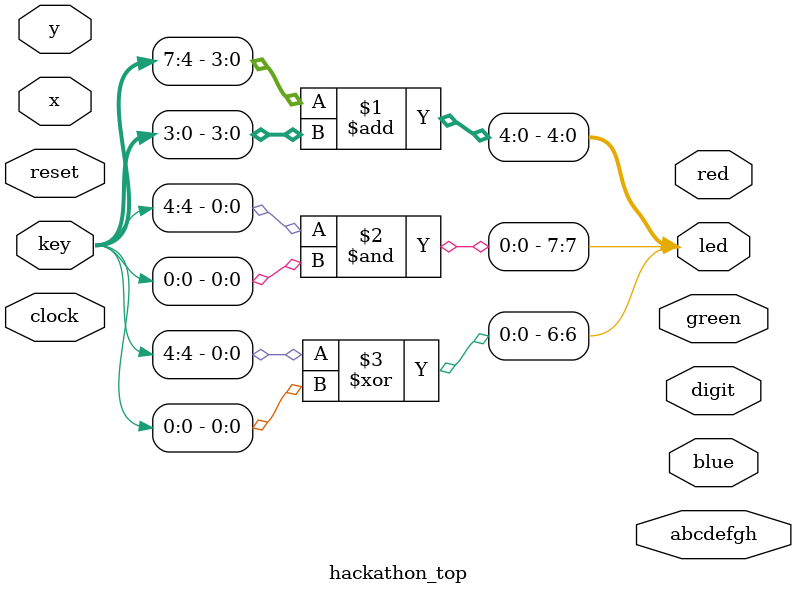
<source format=sv>

module hackathon_top
(
    input  logic       clock,
    input  logic       reset,

    input  logic [7:0] key,
    output logic [7:0] led,

    // A dynamic seven-segment display

    output logic [7:0] abcdefgh,
    output logic [7:0] digit,

    // LCD screen interface

    input  logic [8:0] x,
    input  logic [8:0] y,

    output logic [4:0] red,
    output logic [5:0] green,
    output logic [4:0] blue
);

    // Adding two 4-bit numbers results in 5-bit number
    //
    //      1010
    //    + 1011
    //    ------
    //     10100  5-bit number because of carry
    //
    //     led [4:0] means { led [4], led [3], led [2], led [1], led [0] }

    assign led [4:0] = key [7:4] + key [3:0];

    // Doing arithmetics using logical operations
    //
    //    0      0      1      1   key [4]
    //  + 0    + 1    + 0    + 1   key [0]
    //  ---    ---    ---    ---
    //    0      1      1     10
    //                        ||
    //                        |+-- led [6]
    //                        +--- led [7]
    //
    // https://es.wikipedia.org/wiki/Sistema_binario

    // Exercise: Check that the following code
    // is the same as:
    //
    // assign led [7:6] = key [4] + key [0];

    assign led [7] = key [4] & key [0];
    assign led [6] = key [4] ^ key [0];

endmodule

</source>
